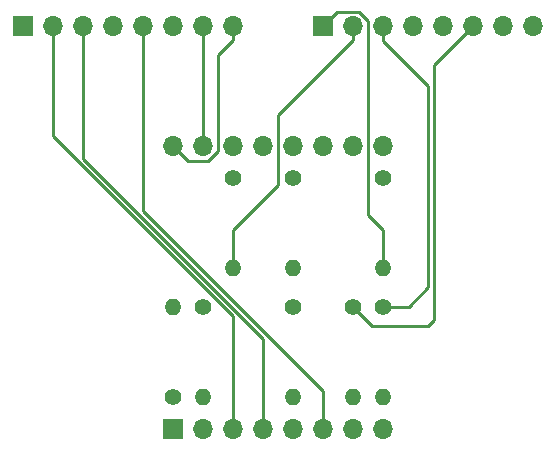
<source format=gbl>
G04 #@! TF.GenerationSoftware,KiCad,Pcbnew,7.0.10*
G04 #@! TF.CreationDate,2024-03-09T15:17:19+01:00*
G04 #@! TF.ProjectId,Lamp Matrix Tester,4c616d70-204d-4617-9472-697820546573,1.0*
G04 #@! TF.SameCoordinates,Original*
G04 #@! TF.FileFunction,Copper,L2,Bot*
G04 #@! TF.FilePolarity,Positive*
%FSLAX46Y46*%
G04 Gerber Fmt 4.6, Leading zero omitted, Abs format (unit mm)*
G04 Created by KiCad (PCBNEW 7.0.10) date 2024-03-09 15:17:19*
%MOMM*%
%LPD*%
G01*
G04 APERTURE LIST*
G04 #@! TA.AperFunction,ComponentPad*
%ADD10C,1.400000*%
G04 #@! TD*
G04 #@! TA.AperFunction,ComponentPad*
%ADD11O,1.400000X1.400000*%
G04 #@! TD*
G04 #@! TA.AperFunction,ComponentPad*
%ADD12R,1.700000X1.700000*%
G04 #@! TD*
G04 #@! TA.AperFunction,ComponentPad*
%ADD13O,1.700000X1.700000*%
G04 #@! TD*
G04 #@! TA.AperFunction,Conductor*
%ADD14C,0.250000*%
G04 #@! TD*
G04 APERTURE END LIST*
D10*
X57150000Y-40860001D03*
D11*
X57150000Y-48480001D03*
D10*
X54610000Y-51720001D03*
D11*
X54610000Y-59340001D03*
D10*
X44450000Y-40860000D03*
D11*
X44450000Y-48480000D03*
D10*
X39370000Y-59340001D03*
D11*
X39370000Y-51720001D03*
X41910000Y-59340001D03*
D10*
X41910000Y-51720001D03*
X49530000Y-40860001D03*
D11*
X49530000Y-48480001D03*
D10*
X57150000Y-51720001D03*
D11*
X57150000Y-59340001D03*
D10*
X49530000Y-51720001D03*
D11*
X49530000Y-59340001D03*
D12*
X26670000Y-27940000D03*
D13*
X29210000Y-27940000D03*
X31750000Y-27940000D03*
X34290000Y-27940000D03*
X36830000Y-27940000D03*
X39370000Y-27940000D03*
X41910000Y-27940000D03*
X44450000Y-27940000D03*
D12*
X52070000Y-27940000D03*
D13*
X54610000Y-27940000D03*
X57150000Y-27940000D03*
X59690000Y-27940000D03*
X62230000Y-27940000D03*
X64770000Y-27940000D03*
X67310000Y-27940000D03*
X69850000Y-27940000D03*
D12*
X39370000Y-62100000D03*
D13*
X41910000Y-62100000D03*
X44450000Y-62100000D03*
X46990000Y-62100000D03*
X49530000Y-62100000D03*
X52070000Y-62100000D03*
X54610000Y-62100000D03*
X57150000Y-62100000D03*
X57150000Y-38100000D03*
X54610000Y-38100000D03*
X52070000Y-38100000D03*
X49530000Y-38100000D03*
X46990000Y-38100000D03*
X44450000Y-38100000D03*
X41910000Y-38100000D03*
X39370000Y-38100000D03*
D14*
X42348100Y-39370000D02*
X43180000Y-38538100D01*
X40640000Y-39370000D02*
X42348100Y-39370000D01*
X39370000Y-38100000D02*
X40640000Y-39370000D01*
X56229999Y-53340000D02*
X60960000Y-53340000D01*
X61410000Y-52890000D02*
X60960000Y-53340000D01*
X54610000Y-51720001D02*
X56229999Y-53340000D01*
X57150000Y-51720001D02*
X59340000Y-51720000D01*
X59340000Y-51720000D02*
X60960000Y-50100000D01*
X55123900Y-26763100D02*
X53246900Y-26763100D01*
X55880000Y-27519200D02*
X55123900Y-26763100D01*
X53246900Y-26763100D02*
X52070000Y-27940000D01*
X57150000Y-45263100D02*
X55880000Y-43993100D01*
X55880000Y-43993100D02*
X55880000Y-27519200D01*
X57150000Y-48480001D02*
X57150000Y-45263100D01*
X54610000Y-29116900D02*
X54610000Y-27940000D01*
X48260000Y-41453100D02*
X48260000Y-35466900D01*
X48260000Y-35466900D02*
X54610000Y-29116900D01*
X44450000Y-45263100D02*
X48260000Y-41453100D01*
X44450000Y-48480000D02*
X44450000Y-45263100D01*
X29210000Y-35560000D02*
X29210000Y-27940000D01*
X44450000Y-52542196D02*
X29210000Y-37302196D01*
X44450000Y-62100000D02*
X44450000Y-52542196D01*
X29210000Y-37302196D02*
X29210000Y-35560000D01*
X46990000Y-62100000D02*
X46990000Y-54445800D01*
X31750000Y-39205800D02*
X31750000Y-27940000D01*
X46990000Y-54445800D02*
X31750000Y-39205800D01*
X52070000Y-58889404D02*
X52070000Y-62100000D01*
X36830000Y-43649404D02*
X52070000Y-58889404D01*
X36830000Y-27940000D02*
X36830000Y-43649404D01*
X41910000Y-38100000D02*
X41910000Y-27940000D01*
X43180000Y-30386900D02*
X44450000Y-29116900D01*
X44450000Y-27940000D02*
X44450000Y-29116900D01*
X42421200Y-39296900D02*
X43180000Y-38538100D01*
X43180000Y-38538100D02*
X43180000Y-30386900D01*
X60960000Y-50100000D02*
X60960000Y-33020000D01*
X57150000Y-29210000D02*
X60960000Y-33020000D01*
X57150000Y-27940000D02*
X57150000Y-29210000D01*
X64770000Y-27940000D02*
X61410000Y-31300000D01*
X61410000Y-31300000D02*
X61410000Y-52890000D01*
M02*

</source>
